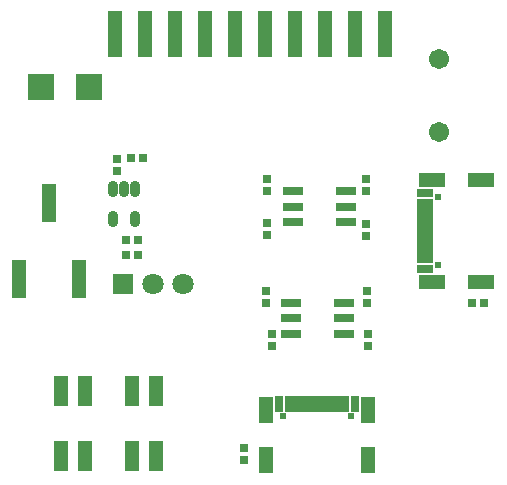
<source format=gts>
G04*
G04 #@! TF.GenerationSoftware,Altium Limited,Altium Designer,24.10.1 (45)*
G04*
G04 Layer_Color=8388736*
%FSLAX44Y44*%
%MOMM*%
G71*
G04*
G04 #@! TF.SameCoordinates,BF3B0F7F-E1BB-4F91-8F98-76733F7D73F5*
G04*
G04*
G04 #@! TF.FilePolarity,Negative*
G04*
G01*
G75*
%ADD19R,1.2446X2.5000*%
%ADD27R,1.1900X3.3000*%
%ADD30R,0.7532X0.7532*%
%ADD31R,2.2032X2.2032*%
%ADD32R,0.5032X1.3532*%
%ADD33R,0.8032X1.3532*%
%ADD34R,1.3532X0.5032*%
%ADD35R,1.3532X0.8032*%
%ADD36R,0.7532X0.7532*%
%ADD37R,1.2032X3.9032*%
%ADD38R,1.7032X0.8032*%
G04:AMPARAMS|DCode=39|XSize=0.8032mm|YSize=1.3032mm|CornerRadius=0.2516mm|HoleSize=0mm|Usage=FLASHONLY|Rotation=0.000|XOffset=0mm|YOffset=0mm|HoleType=Round|Shape=RoundedRectangle|*
%AMROUNDEDRECTD39*
21,1,0.8032,0.8000,0,0,0.0*
21,1,0.3000,1.3032,0,0,0.0*
1,1,0.5032,0.1500,-0.4000*
1,1,0.5032,-0.1500,-0.4000*
1,1,0.5032,-0.1500,0.4000*
1,1,0.5032,0.1500,0.4000*
%
%ADD39ROUNDEDRECTD39*%
%ADD40R,1.2032X2.3032*%
%ADD41C,0.6032*%
%ADD42R,2.3032X1.2032*%
%ADD43R,1.8032X1.8032*%
%ADD44C,1.8032*%
%ADD45C,1.7032*%
D19*
X102000Y57996D02*
D03*
X142000D02*
D03*
X162000D02*
D03*
X82000Y2996D02*
D03*
Y57996D02*
D03*
X102000Y2996D02*
D03*
X142000D02*
D03*
X162000D02*
D03*
D27*
X97000Y153000D02*
D03*
X46200D02*
D03*
X71600Y217000D02*
D03*
D30*
X151080Y255000D02*
D03*
X140920D02*
D03*
X136920Y185500D02*
D03*
X147080D02*
D03*
X136920Y173000D02*
D03*
X147080D02*
D03*
X429840Y132500D02*
D03*
X440000D02*
D03*
D31*
X65000Y315000D02*
D03*
X105000D02*
D03*
D32*
X280800Y47050D02*
D03*
X315800D02*
D03*
X310800D02*
D03*
X305800D02*
D03*
X300800D02*
D03*
X295800D02*
D03*
X290800D02*
D03*
X285800D02*
D03*
D33*
X322300D02*
D03*
X274300D02*
D03*
X266300D02*
D03*
X330300D02*
D03*
D34*
X389950Y175700D02*
D03*
Y210700D02*
D03*
Y205700D02*
D03*
Y200700D02*
D03*
Y195700D02*
D03*
Y190700D02*
D03*
Y185700D02*
D03*
Y180700D02*
D03*
D35*
Y217200D02*
D03*
Y169200D02*
D03*
Y161200D02*
D03*
Y225200D02*
D03*
D36*
X129000Y254080D02*
D03*
Y243920D02*
D03*
X255222Y132249D02*
D03*
Y142409D02*
D03*
X341963Y106214D02*
D03*
Y96054D02*
D03*
X255674Y226961D02*
D03*
Y237121D02*
D03*
X340256Y199529D02*
D03*
Y189369D02*
D03*
X236500Y9660D02*
D03*
Y-500D02*
D03*
X260000Y106000D02*
D03*
Y95840D02*
D03*
X341074Y131995D02*
D03*
Y142155D02*
D03*
X255928Y200164D02*
D03*
Y190004D02*
D03*
X339748Y226707D02*
D03*
Y236867D02*
D03*
D37*
X356200Y360000D02*
D03*
X330800D02*
D03*
X305400D02*
D03*
X280000D02*
D03*
X254600D02*
D03*
X229200D02*
D03*
X203800D02*
D03*
X178400D02*
D03*
X153000D02*
D03*
X127600D02*
D03*
D38*
X276283Y106422D02*
D03*
X321283D02*
D03*
Y119422D02*
D03*
X276283D02*
D03*
X321283Y132422D02*
D03*
X276283D02*
D03*
X277878Y226880D02*
D03*
X322878D02*
D03*
X277878Y213880D02*
D03*
X322878D02*
D03*
Y200880D02*
D03*
X277878D02*
D03*
D39*
X144500Y203000D02*
D03*
X125500D02*
D03*
Y229000D02*
D03*
X135000D02*
D03*
X144500D02*
D03*
D40*
X341500Y-500D02*
D03*
X255100D02*
D03*
X341500Y41300D02*
D03*
X255100D02*
D03*
D41*
X269400Y36300D02*
D03*
X327200D02*
D03*
X400700Y164300D02*
D03*
Y222100D02*
D03*
D42*
X437500Y236400D02*
D03*
Y150000D02*
D03*
X395700Y236400D02*
D03*
Y150000D02*
D03*
D43*
X134500Y148000D02*
D03*
D44*
X159900D02*
D03*
X185300D02*
D03*
D45*
X402000Y339000D02*
D03*
Y277000D02*
D03*
M02*

</source>
